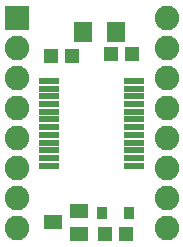
<source format=gts>
G75*
%MOIN*%
%OFA0B0*%
%FSLAX24Y24*%
%IPPOS*%
%LPD*%
%AMOC8*
5,1,8,0,0,1.08239X$1,22.5*
%
%ADD10R,0.0513X0.0474*%
%ADD11R,0.0671X0.0237*%
%ADD12R,0.0820X0.0820*%
%ADD13C,0.0820*%
%ADD14R,0.0631X0.0710*%
%ADD15R,0.0328X0.0407*%
%ADD16R,0.0631X0.0474*%
D10*
X003596Y000500D03*
X004304Y000500D03*
X002504Y006440D03*
X001796Y006440D03*
X003796Y006490D03*
X004504Y006490D03*
D11*
X004577Y005597D03*
X004577Y005342D03*
X004577Y005086D03*
X004577Y004830D03*
X004577Y004574D03*
X004577Y004318D03*
X004577Y004062D03*
X004577Y003806D03*
X004577Y003550D03*
X004577Y003294D03*
X004577Y003038D03*
X004577Y002783D03*
X001723Y002783D03*
X001723Y003038D03*
X001723Y003294D03*
X001723Y003550D03*
X001723Y003806D03*
X001723Y004062D03*
X001723Y004318D03*
X001723Y004574D03*
X001723Y004830D03*
X001723Y005086D03*
X001723Y005342D03*
X001723Y005597D03*
D12*
X000650Y007690D03*
D13*
X000650Y000690D03*
X000650Y001690D03*
X000650Y002690D03*
X000650Y003690D03*
X000650Y004690D03*
X000650Y005690D03*
X000650Y006690D03*
X005650Y006690D03*
X005650Y005690D03*
X005650Y004690D03*
X005650Y003690D03*
X005650Y002690D03*
X005650Y001690D03*
X005650Y000690D03*
X005650Y007690D03*
D14*
X003951Y007240D03*
X002849Y007240D03*
D15*
X003497Y001210D03*
X004403Y001210D03*
D16*
X002713Y001264D03*
X002713Y000516D03*
X001847Y000890D03*
M02*

</source>
